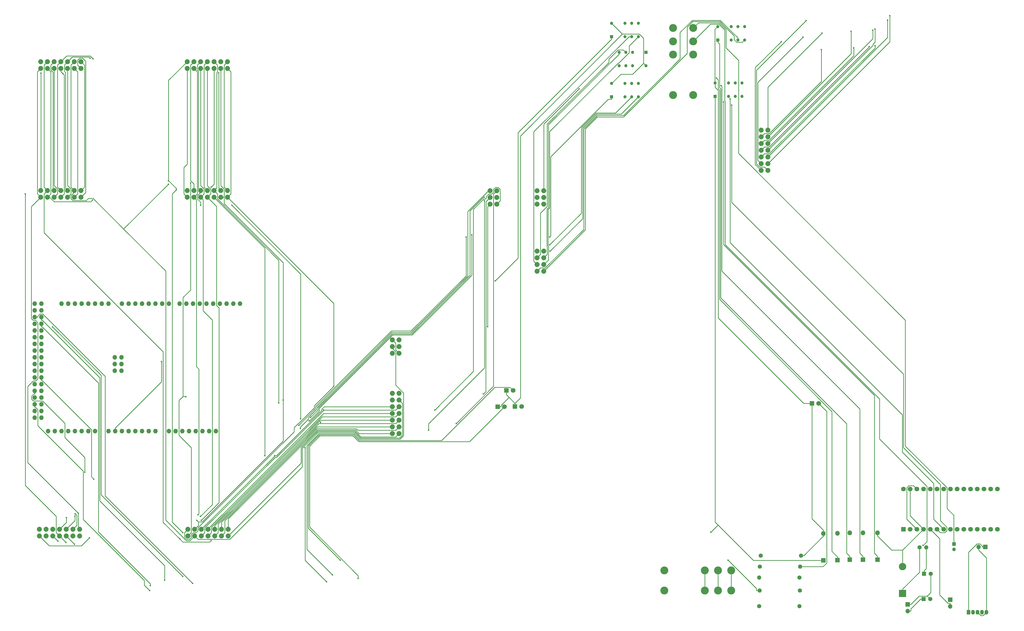
<source format=gbr>
G04 #@! TF.FileFunction,Copper,L2,Bot,Signal*
%FSLAX46Y46*%
G04 Gerber Fmt 4.6, Leading zero omitted, Abs format (unit mm)*
G04 Created by KiCad (PCBNEW 4.0.6) date 02/21/20 15:01:47*
%MOMM*%
%LPD*%
G01*
G04 APERTURE LIST*
%ADD10C,0.100000*%
%ADD11O,1.727200X1.727200*%
%ADD12C,1.879600*%
%ADD13R,1.600000X1.600000*%
%ADD14C,1.600000*%
%ADD15R,1.800000X1.800000*%
%ADD16C,1.800000*%
%ADD17O,1.800000X1.800000*%
%ADD18R,2.800000X2.800000*%
%ADD19O,2.800000X2.800000*%
%ADD20R,1.200000X1.200000*%
%ADD21C,1.200000*%
%ADD22R,1.700000X1.700000*%
%ADD23O,1.700000X1.700000*%
%ADD24R,1.350000X1.350000*%
%ADD25O,1.350000X1.350000*%
%ADD26C,3.000000*%
%ADD27R,1.350000X1.800000*%
%ADD28O,1.350000X1.800000*%
%ADD29O,1.600000X1.600000*%
%ADD30C,0.600000*%
%ADD31C,0.250000*%
G04 APERTURE END LIST*
D10*
D11*
X163932000Y-219456000D03*
X161392000Y-219456000D03*
X161392000Y-216916000D03*
X163932000Y-216916000D03*
X161392000Y-214376000D03*
X176759000Y-242316000D03*
X181839000Y-242316000D03*
X184379000Y-242316000D03*
X186919000Y-242316000D03*
X189459000Y-242316000D03*
X191999000Y-242316000D03*
X194539000Y-242316000D03*
X197079000Y-242316000D03*
X141199000Y-194056000D03*
X143739000Y-194056000D03*
X146279000Y-194056000D03*
X148819000Y-194056000D03*
X151359000Y-194056000D03*
X153899000Y-194056000D03*
X156439000Y-194056000D03*
X158979000Y-194056000D03*
X164059000Y-194056000D03*
X166599000Y-194056000D03*
X169139000Y-194056000D03*
X171679000Y-194056000D03*
X174219000Y-194056000D03*
X176759000Y-194056000D03*
X179299000Y-194056000D03*
X181839000Y-194056000D03*
X201143000Y-194056000D03*
X185903000Y-194056000D03*
X188443000Y-194056000D03*
X190983000Y-194056000D03*
X208763000Y-194056000D03*
X206223000Y-194056000D03*
X203683000Y-194056000D03*
X198603000Y-194056000D03*
X196063000Y-194056000D03*
X193523000Y-194056000D03*
X199619000Y-242316000D03*
X174219000Y-242316000D03*
X171679000Y-242316000D03*
X169139000Y-242316000D03*
X166599000Y-242316000D03*
X164059000Y-242316000D03*
X161519000Y-242316000D03*
X158979000Y-242316000D03*
X153899000Y-242316000D03*
X151359000Y-242316000D03*
X148819000Y-242316000D03*
X146279000Y-242316000D03*
X143739000Y-242316000D03*
X141199000Y-242316000D03*
X138659000Y-242316000D03*
X136119000Y-242316000D03*
X133579000Y-194056000D03*
X131039000Y-194056000D03*
X133579000Y-196596000D03*
X131039000Y-196596000D03*
X133579000Y-199136000D03*
X131039000Y-199136000D03*
X133579000Y-201676000D03*
X131039000Y-201676000D03*
X133579000Y-204216000D03*
X131039000Y-204216000D03*
X133579000Y-206756000D03*
X131039000Y-206756000D03*
X133579000Y-209296000D03*
X131039000Y-209296000D03*
X133579000Y-211836000D03*
X131039000Y-211836000D03*
X133579000Y-214376000D03*
X131039000Y-214376000D03*
X133579000Y-216916000D03*
X131039000Y-216916000D03*
X133579000Y-219456000D03*
X131039000Y-219456000D03*
X133579000Y-221996000D03*
X131039000Y-221996000D03*
X133579000Y-224536000D03*
X131039000Y-224536000D03*
X133579000Y-227076000D03*
X131039000Y-227076000D03*
X133579000Y-229616000D03*
X131039000Y-229616000D03*
X133579000Y-232156000D03*
X131039000Y-232156000D03*
X133579000Y-234696000D03*
X131039000Y-234696000D03*
X133579000Y-237236000D03*
X131039000Y-237236000D03*
X163932000Y-214376000D03*
D12*
X133400000Y-102400000D03*
X133400000Y-104940000D03*
X135940000Y-102400000D03*
X135940000Y-104940000D03*
X138480000Y-102400000D03*
X138480000Y-104940000D03*
X141020000Y-102400000D03*
X141020000Y-104940000D03*
X143560000Y-102400000D03*
X143560000Y-104940000D03*
X146100000Y-102400000D03*
X146100000Y-104940000D03*
X148640000Y-102400000D03*
X148640000Y-104940000D03*
X188800000Y-102400000D03*
X188800000Y-104940000D03*
X191340000Y-102400000D03*
X191340000Y-104940000D03*
X193880000Y-102400000D03*
X193880000Y-104940000D03*
X196420000Y-102400000D03*
X196420000Y-104940000D03*
X198960000Y-102400000D03*
X198960000Y-104940000D03*
X201500000Y-102400000D03*
X201500000Y-104940000D03*
X204040000Y-102400000D03*
X204040000Y-104940000D03*
X188800000Y-151200000D03*
X188800000Y-153740000D03*
X191340000Y-151200000D03*
X191340000Y-153740000D03*
X193880000Y-151200000D03*
X193880000Y-153740000D03*
X196420000Y-151200000D03*
X196420000Y-153740000D03*
X198960000Y-151200000D03*
X198960000Y-153740000D03*
X201500000Y-151200000D03*
X201500000Y-153740000D03*
X204040000Y-151200000D03*
X204040000Y-153740000D03*
X133400000Y-151200000D03*
X133400000Y-153740000D03*
X135940000Y-151200000D03*
X135940000Y-153740000D03*
X138480000Y-151200000D03*
X138480000Y-153740000D03*
X141020000Y-151200000D03*
X141020000Y-153740000D03*
X143560000Y-151200000D03*
X143560000Y-153740000D03*
X146100000Y-151200000D03*
X146100000Y-153740000D03*
X148640000Y-151200000D03*
X148640000Y-153740000D03*
X148100000Y-282000000D03*
X148100000Y-279460000D03*
X145560000Y-282000000D03*
X145560000Y-279460000D03*
X143020000Y-282000000D03*
X143020000Y-279460000D03*
X140480000Y-282000000D03*
X140480000Y-279460000D03*
X137940000Y-282000000D03*
X137940000Y-279460000D03*
X135400000Y-282000000D03*
X135400000Y-279460000D03*
X132860000Y-282000000D03*
X132860000Y-279460000D03*
X204343000Y-282000000D03*
X204343000Y-279460000D03*
X201803000Y-282000000D03*
X201803000Y-279460000D03*
X199263000Y-282000000D03*
X199263000Y-279460000D03*
X196723000Y-282000000D03*
X196723000Y-279460000D03*
X194183000Y-282000000D03*
X194183000Y-279460000D03*
X191643000Y-282000000D03*
X191643000Y-279460000D03*
X189103000Y-282000000D03*
X189103000Y-279460000D03*
X269000000Y-243200000D03*
X266460000Y-243200000D03*
X269000000Y-240660000D03*
X266460000Y-240660000D03*
X269000000Y-238120000D03*
X266460000Y-238120000D03*
X269000000Y-235580000D03*
X266460000Y-235580000D03*
X269000000Y-233040000D03*
X266460000Y-233040000D03*
X269000000Y-230500000D03*
X266460000Y-230500000D03*
X269000000Y-227960000D03*
X266460000Y-227960000D03*
X408600000Y-143600000D03*
X406060000Y-143600000D03*
X408600000Y-141060000D03*
X406060000Y-141060000D03*
X408600000Y-138520000D03*
X406060000Y-138520000D03*
X408600000Y-135980000D03*
X406060000Y-135980000D03*
X408600000Y-133440000D03*
X406060000Y-133440000D03*
X408600000Y-130900000D03*
X406060000Y-130900000D03*
X408600000Y-128360000D03*
X406060000Y-128360000D03*
X323800000Y-156400000D03*
X321260000Y-156400000D03*
X323800000Y-153860000D03*
X321260000Y-153860000D03*
X323800000Y-151320000D03*
X321260000Y-151320000D03*
X306000000Y-156400000D03*
X303460000Y-156400000D03*
X306000000Y-153860000D03*
X303460000Y-153860000D03*
X306000000Y-151320000D03*
X303460000Y-151320000D03*
X323800000Y-181800000D03*
X321260000Y-181800000D03*
X323800000Y-179260000D03*
X321260000Y-179260000D03*
X323800000Y-176720000D03*
X321260000Y-176720000D03*
X323800000Y-174180000D03*
X321260000Y-174180000D03*
D13*
X467538000Y-305918000D03*
D14*
X470038000Y-305918000D03*
D13*
X467716000Y-296316000D03*
D14*
X470216000Y-296316000D03*
D15*
X312852000Y-232995000D03*
D16*
X315392000Y-232995000D03*
D15*
X429616000Y-291236000D03*
D17*
X429616000Y-281076000D03*
D15*
X434975000Y-291186000D03*
D17*
X434975000Y-281026000D03*
D15*
X450113000Y-290957000D03*
D17*
X450113000Y-280797000D03*
D15*
X444627000Y-290957000D03*
D17*
X444627000Y-280797000D03*
D15*
X425298000Y-231800000D03*
D16*
X427838000Y-231800000D03*
D18*
X459613000Y-303809000D03*
D19*
X459613000Y-293649000D03*
D15*
X439598000Y-290957000D03*
D17*
X439598000Y-280797000D03*
D15*
X309601000Y-226924000D03*
D16*
X312141000Y-226924000D03*
D15*
X306350000Y-233071000D03*
D16*
X308890000Y-233071000D03*
D20*
X388622000Y-115519000D03*
D21*
X388622000Y-110439000D03*
X393702000Y-115519000D03*
X398782000Y-110439000D03*
X396242000Y-115519000D03*
X398782000Y-115519000D03*
X393702000Y-110439000D03*
X396242000Y-110439000D03*
D20*
X349455000Y-115748000D03*
D21*
X349455000Y-110668000D03*
X354535000Y-115748000D03*
X359615000Y-110668000D03*
X357075000Y-115748000D03*
X359615000Y-115748000D03*
X354535000Y-110668000D03*
X357075000Y-110668000D03*
D20*
X362431000Y-98882000D03*
D21*
X362431000Y-103962000D03*
X357351000Y-98882000D03*
X352271000Y-103962000D03*
X354811000Y-98882000D03*
X352271000Y-98882000D03*
X357351000Y-103962000D03*
X354811000Y-103962000D03*
D20*
X349404000Y-92964000D03*
D21*
X349404000Y-87884000D03*
X354484000Y-92964000D03*
X359564000Y-87884000D03*
X357024000Y-92964000D03*
X359564000Y-92964000D03*
X354484000Y-87884000D03*
X357024000Y-87884000D03*
D20*
X389638000Y-94183200D03*
D21*
X389638000Y-89103200D03*
X394718000Y-94183200D03*
X399798000Y-89103200D03*
X397258000Y-94183200D03*
X399798000Y-94183200D03*
X394718000Y-89103200D03*
X397258000Y-89103200D03*
D22*
X477596000Y-306172000D03*
D23*
X477596000Y-308712000D03*
D15*
X459892000Y-279476000D03*
D16*
X462432000Y-279476000D03*
X464972000Y-279476000D03*
X467512000Y-279476000D03*
X470052000Y-279476000D03*
X472592000Y-279476000D03*
X475132000Y-279476000D03*
X477672000Y-279476000D03*
X480212000Y-279476000D03*
X482752000Y-279476000D03*
X485292000Y-279476000D03*
X487832000Y-279476000D03*
X490372000Y-279476000D03*
X492912000Y-279476000D03*
X495452000Y-279476000D03*
X495452000Y-264236000D03*
X492912000Y-264236000D03*
X490372000Y-264236000D03*
X487832000Y-264236000D03*
X485292000Y-264236000D03*
X482752000Y-264236000D03*
X480212000Y-264236000D03*
X477672000Y-264236000D03*
X475132000Y-264236000D03*
X472592000Y-264236000D03*
X470052000Y-264236000D03*
X467512000Y-264236000D03*
X464972000Y-264236000D03*
X462432000Y-264236000D03*
X459892000Y-264236000D03*
D24*
X479069000Y-285090000D03*
D25*
X479069000Y-287090000D03*
D26*
X372720000Y-115011000D03*
X380340000Y-115011000D03*
X372720000Y-94691000D03*
X380340000Y-89691000D03*
X380340000Y-99691000D03*
X372720000Y-99691000D03*
X380340000Y-94691000D03*
X372720000Y-89691000D03*
D27*
X484556000Y-310896000D03*
D28*
X486256000Y-310896000D03*
X487956000Y-310896000D03*
X489656000Y-310896000D03*
X491356000Y-310896000D03*
D22*
X490880000Y-286131000D03*
D23*
X488340000Y-286131000D03*
D14*
X465988000Y-286334000D03*
D29*
X468528000Y-286334000D03*
D22*
X461518000Y-307950000D03*
D23*
X461518000Y-310490000D03*
D14*
X405308000Y-308559000D03*
D29*
X420548000Y-308559000D03*
D14*
X405587000Y-293649000D03*
D29*
X420827000Y-293649000D03*
D14*
X405867000Y-289458000D03*
D29*
X421107000Y-289458000D03*
D14*
X420675000Y-302692000D03*
D29*
X405435000Y-302692000D03*
D14*
X420548000Y-297739000D03*
D29*
X405308000Y-297739000D03*
D12*
X268986000Y-212877000D03*
X266446000Y-212877000D03*
X268986000Y-210337000D03*
X266446000Y-210337000D03*
X268986000Y-207797000D03*
X266446000Y-207797000D03*
D26*
X369443000Y-295021000D03*
X369443000Y-302641000D03*
X389763000Y-295021000D03*
X394763000Y-302641000D03*
X384763000Y-302641000D03*
X384763000Y-295021000D03*
X389763000Y-302641000D03*
X394763000Y-295021000D03*
D30*
X467402700Y-285608700D03*
X241553500Y-299366500D03*
X233469800Y-248553000D03*
X387052000Y-280614700D03*
X389177500Y-108656500D03*
X150074000Y-257891100D03*
X391808800Y-117699100D03*
X326012500Y-168824300D03*
X390944400Y-111517900D03*
X305383100Y-185449800D03*
X153405000Y-260467000D03*
X393538700Y-291182500D03*
X246734200Y-291182500D03*
X253517500Y-298121900D03*
X133447600Y-106756500D03*
X187155400Y-280734900D03*
X181733600Y-147441900D03*
X184666400Y-150986600D03*
X147614100Y-273379500D03*
X197870200Y-283803500D03*
X185993600Y-283106000D03*
X152952200Y-154876800D03*
X146407300Y-273631400D03*
X192875900Y-273986500D03*
X146132100Y-285112100D03*
X239291500Y-238953300D03*
X231775100Y-237665100D03*
X205717000Y-156798000D03*
X193926000Y-156798000D03*
X146333200Y-274447400D03*
X193849000Y-274593600D03*
X142940900Y-284460900D03*
X153202000Y-101332000D03*
X127479100Y-152470000D03*
X143123600Y-275075300D03*
X141760000Y-106934000D03*
X194173100Y-276046500D03*
X139885900Y-283945900D03*
X152075000Y-101090700D03*
X240356400Y-234280400D03*
X223463600Y-231671000D03*
X221879400Y-251593600D03*
X218185500Y-251593600D03*
X197849000Y-149934800D03*
X200765000Y-106676900D03*
X181672800Y-148811700D03*
X192492800Y-276128000D03*
X225115100Y-230500000D03*
X190070000Y-148367400D03*
X151823500Y-282655400D03*
X188267000Y-229229800D03*
X244257000Y-225398100D03*
X423093800Y-86843300D03*
X413681100Y-94793600D03*
X454746100Y-85007000D03*
X421928900Y-93093300D03*
X453914500Y-86651400D03*
X449156600Y-96300700D03*
X449157500Y-90048500D03*
X446976000Y-96698900D03*
X448338100Y-90499200D03*
X441162000Y-97189400D03*
X440131500Y-90940600D03*
X428851700Y-97844800D03*
X429116600Y-91594800D03*
X282558700Y-234314900D03*
X302480700Y-202802500D03*
X301339100Y-155125200D03*
X280207600Y-241934900D03*
X300935500Y-228239500D03*
X290664600Y-239394900D03*
X231682900Y-241289200D03*
X294359500Y-168824300D03*
X231074500Y-240088700D03*
X296501600Y-167960800D03*
X234935500Y-238396300D03*
X301269500Y-153758300D03*
X235501400Y-237159100D03*
X337181100Y-112694100D03*
X326167600Y-174180000D03*
X326012500Y-171817000D03*
X394907500Y-118875700D03*
X394282200Y-116522600D03*
X180265800Y-298741200D03*
X190852800Y-299991800D03*
X174838900Y-300803600D03*
X187127500Y-297356400D03*
X137868600Y-202864900D03*
X179062700Y-215955100D03*
X243743900Y-296708100D03*
X174550700Y-302641000D03*
D31*
X389763000Y-302641000D02*
X389763000Y-295021000D01*
X462693300Y-309637400D02*
X466412700Y-305918000D01*
X462693300Y-310490000D02*
X462693300Y-309637400D01*
X467538000Y-305918000D02*
X466412700Y-305918000D01*
X461518000Y-310490000D02*
X462693300Y-310490000D01*
X484556000Y-288189200D02*
X484556000Y-310896000D01*
X487804400Y-284940800D02*
X484556000Y-288189200D01*
X488881800Y-284940800D02*
X487804400Y-284940800D01*
X489704700Y-285763700D02*
X488881800Y-284940800D01*
X489704700Y-286131000D02*
X489704700Y-285763700D01*
X490880000Y-286131000D02*
X489704700Y-286131000D01*
X467716000Y-296316000D02*
X467716000Y-295190700D01*
X468528000Y-294378700D02*
X468528000Y-286334000D01*
X467716000Y-295190700D02*
X468528000Y-294378700D01*
X386853600Y-88177400D02*
X380340000Y-94691000D01*
X390095100Y-88177400D02*
X386853600Y-88177400D01*
X392310200Y-90392500D02*
X390095100Y-88177400D01*
X392310200Y-117316100D02*
X392310200Y-90392500D01*
X392434100Y-117440000D02*
X392310200Y-117316100D01*
X392434100Y-171692500D02*
X392434100Y-117440000D01*
X450858800Y-230117200D02*
X392434100Y-171692500D01*
X450858800Y-245301100D02*
X450858800Y-230117200D01*
X468782000Y-263224300D02*
X450858800Y-245301100D01*
X468782000Y-284229400D02*
X468782000Y-263224300D01*
X467402700Y-285608700D02*
X468782000Y-284229400D01*
X233469800Y-291282800D02*
X233469800Y-248553000D01*
X241553500Y-299366500D02*
X233469800Y-291282800D01*
X429616000Y-291236000D02*
X428390700Y-291236000D01*
X389762000Y-277904700D02*
X387052000Y-280614700D01*
X403093200Y-291236000D02*
X389762000Y-277904700D01*
X428390700Y-291236000D02*
X403093200Y-291236000D01*
X388622000Y-276764800D02*
X388622000Y-115519000D01*
X389762000Y-277904700D02*
X388622000Y-276764800D01*
X432822900Y-287808600D02*
X434975000Y-289960700D01*
X432822900Y-234907100D02*
X432822900Y-287808600D01*
X390282800Y-192367000D02*
X432822900Y-234907100D01*
X390282800Y-113119500D02*
X390282800Y-192367000D01*
X389832400Y-112669100D02*
X390282800Y-113119500D01*
X389832400Y-109311400D02*
X389832400Y-112669100D01*
X389177500Y-108656500D02*
X389832400Y-109311400D01*
X434975000Y-291186000D02*
X434975000Y-289960700D01*
X130669500Y-228264900D02*
X131039000Y-228264900D01*
X129848200Y-229086200D02*
X130669500Y-228264900D01*
X129848200Y-230164600D02*
X129848200Y-229086200D01*
X130569600Y-230886000D02*
X129848200Y-230164600D01*
X134022800Y-230886000D02*
X130569600Y-230886000D01*
X142469000Y-239332200D02*
X134022800Y-230886000D01*
X142469000Y-244723100D02*
X142469000Y-239332200D01*
X150074000Y-252328100D02*
X142469000Y-244723100D01*
X150074000Y-257891100D02*
X150074000Y-252328100D01*
X131039000Y-227076000D02*
X131039000Y-228264900D01*
X450113000Y-290957000D02*
X450113000Y-289731700D01*
X349455000Y-115748000D02*
X349455000Y-116673300D01*
X348142100Y-116673300D02*
X349455000Y-116673300D01*
X326425800Y-138389600D02*
X348142100Y-116673300D01*
X326425800Y-168411000D02*
X326425800Y-138389600D01*
X326012500Y-168824300D02*
X326425800Y-168411000D01*
X391808800Y-171704100D02*
X391808800Y-117699100D01*
X448887700Y-228783000D02*
X391808800Y-171704100D01*
X448887700Y-288506400D02*
X448887700Y-228783000D01*
X450113000Y-289731700D02*
X448887700Y-288506400D01*
X444627000Y-290957000D02*
X444627000Y-289731700D01*
X349404000Y-92964000D02*
X349404000Y-93889300D01*
X314032400Y-176800500D02*
X305383100Y-185449800D01*
X314032400Y-129260900D02*
X314032400Y-176800500D01*
X349404000Y-93889300D02*
X314032400Y-129260900D01*
X391183400Y-111756900D02*
X390944400Y-111517900D01*
X391183400Y-181683600D02*
X391183400Y-111756900D01*
X443401700Y-233901900D02*
X391183400Y-181683600D01*
X443401700Y-288506400D02*
X443401700Y-233901900D01*
X444627000Y-289731700D02*
X443401700Y-288506400D01*
X429471100Y-293649000D02*
X420827000Y-293649000D01*
X430859900Y-292260200D02*
X429471100Y-293649000D01*
X430859900Y-234821900D02*
X430859900Y-292260200D01*
X427838000Y-231800000D02*
X430859900Y-234821900D01*
X459613000Y-303809000D02*
X459613000Y-302083700D01*
X465988000Y-295708700D02*
X459613000Y-302083700D01*
X465988000Y-286334000D02*
X465988000Y-295708700D01*
X152548000Y-259610000D02*
X153405000Y-260467000D01*
X152548000Y-241782400D02*
X152548000Y-259610000D01*
X133950500Y-223184900D02*
X152548000Y-241782400D01*
X133579000Y-223184900D02*
X133950500Y-223184900D01*
X133579000Y-221996000D02*
X133579000Y-223184900D01*
X439598000Y-290957000D02*
X439598000Y-289731700D01*
X389638000Y-94183200D02*
X389638000Y-95108500D01*
X390282800Y-95753300D02*
X389638000Y-95108500D01*
X390282800Y-112257700D02*
X390282800Y-95753300D01*
X390733100Y-112708000D02*
X390282800Y-112257700D01*
X390733100Y-191862200D02*
X390733100Y-112708000D01*
X438372700Y-239501800D02*
X390733100Y-191862200D01*
X438372700Y-288506400D02*
X438372700Y-239501800D01*
X439598000Y-289731700D02*
X438372700Y-288506400D01*
X405435000Y-302692000D02*
X404309700Y-302692000D01*
X234628100Y-279076400D02*
X246734200Y-291182500D01*
X234628100Y-247906800D02*
X234628100Y-279076400D01*
X238876300Y-243658600D02*
X234628100Y-247906800D01*
X251780800Y-243658600D02*
X238876300Y-243658600D01*
X253981200Y-245859000D02*
X251780800Y-243658600D01*
X285091600Y-245859000D02*
X253981200Y-245859000D01*
X305252000Y-225698600D02*
X285091600Y-245859000D01*
X310915600Y-225698600D02*
X305252000Y-225698600D01*
X312141000Y-226924000D02*
X310915600Y-225698600D01*
X404309700Y-301953500D02*
X393538700Y-291182500D01*
X404309700Y-302692000D02*
X404309700Y-301953500D01*
X295649700Y-246311300D02*
X308890000Y-233071000D01*
X253796500Y-246311300D02*
X295649700Y-246311300D01*
X251594100Y-244108900D02*
X253796500Y-246311300D01*
X239062900Y-244108900D02*
X251594100Y-244108900D01*
X235107000Y-248064800D02*
X239062900Y-244108900D01*
X235107000Y-278646600D02*
X235107000Y-248064800D01*
X253517500Y-297057100D02*
X235107000Y-278646600D01*
X253517500Y-298121900D02*
X253517500Y-297057100D01*
X133447600Y-151152400D02*
X133447600Y-106756500D01*
X133400000Y-151200000D02*
X133447600Y-151152400D01*
X181733600Y-109466400D02*
X181733600Y-147441900D01*
X188800000Y-102400000D02*
X181733600Y-109466400D01*
X184666400Y-150374700D02*
X184666400Y-150986600D01*
X181733600Y-147441900D02*
X184666400Y-150374700D01*
X183167900Y-276747400D02*
X187155400Y-280734900D01*
X183167900Y-152485100D02*
X183167900Y-276747400D01*
X184666400Y-150986600D02*
X183167900Y-152485100D01*
X231897900Y-254445100D02*
X204343000Y-282000000D01*
X231897900Y-248603700D02*
X231897900Y-254445100D01*
X238193900Y-242307700D02*
X231897900Y-248603700D01*
X252340600Y-242307700D02*
X238193900Y-242307700D01*
X254503000Y-244470100D02*
X252340600Y-242307700D01*
X267729900Y-244470100D02*
X254503000Y-244470100D01*
X269000000Y-243200000D02*
X267729900Y-244470100D01*
X132087800Y-106252200D02*
X133400000Y-104940000D01*
X132087800Y-152427800D02*
X132087800Y-106252200D01*
X133400000Y-153740000D02*
X132087800Y-152427800D01*
X147614100Y-278974100D02*
X147614100Y-273379500D01*
X148100000Y-279460000D02*
X147614100Y-278974100D01*
X129817300Y-157322700D02*
X133400000Y-153740000D01*
X129817300Y-199641000D02*
X129817300Y-157322700D01*
X130501200Y-200324900D02*
X129817300Y-199641000D01*
X131370300Y-200324900D02*
X130501200Y-200324900D01*
X132275400Y-201230000D02*
X131370300Y-200324900D01*
X132275400Y-222462900D02*
X132275400Y-201230000D01*
X131472300Y-223266000D02*
X132275400Y-222462900D01*
X130559700Y-223266000D02*
X131472300Y-223266000D01*
X128472200Y-225353500D02*
X130559700Y-223266000D01*
X128472200Y-254237600D02*
X128472200Y-225353500D01*
X147614100Y-273379500D02*
X128472200Y-254237600D01*
X188800000Y-141242500D02*
X188800000Y-104940000D01*
X187533300Y-142509200D02*
X188800000Y-141242500D01*
X187533300Y-152473300D02*
X187533300Y-142509200D01*
X188800000Y-153740000D02*
X187533300Y-152473300D01*
X204343000Y-275521700D02*
X204343000Y-279460000D01*
X238007300Y-241857400D02*
X204343000Y-275521700D01*
X252527200Y-241857400D02*
X238007300Y-241857400D01*
X253869800Y-243200000D02*
X252527200Y-241857400D01*
X266460000Y-243200000D02*
X253869800Y-243200000D01*
X190070000Y-103670000D02*
X191340000Y-102400000D01*
X190070000Y-147483000D02*
X190070000Y-103670000D01*
X191340000Y-148753000D02*
X190070000Y-147483000D01*
X191340000Y-151200000D02*
X191340000Y-148753000D01*
X187149500Y-284261900D02*
X185993600Y-283106000D01*
X197411800Y-284261900D02*
X187149500Y-284261900D01*
X197870200Y-283803500D02*
X197411800Y-284261900D01*
X179707300Y-276819700D02*
X185993600Y-283106000D01*
X179707300Y-212244200D02*
X179707300Y-276819700D01*
X134670000Y-167206900D02*
X179707300Y-212244200D01*
X134670000Y-152470000D02*
X134670000Y-167206900D01*
X135940000Y-151200000D02*
X134670000Y-152470000D01*
X134670000Y-149930000D02*
X135940000Y-151200000D01*
X134670000Y-103670000D02*
X134670000Y-149930000D01*
X135940000Y-102400000D02*
X134670000Y-103670000D01*
X203073000Y-280730000D02*
X201803000Y-282000000D01*
X203073000Y-276154800D02*
X203073000Y-280730000D01*
X237820700Y-241407100D02*
X203073000Y-276154800D01*
X252769500Y-241407100D02*
X237820700Y-241407100D01*
X253292300Y-241929900D02*
X252769500Y-241407100D01*
X267730100Y-241929900D02*
X253292300Y-241929900D01*
X269000000Y-240660000D02*
X267730100Y-241929900D01*
X137205200Y-152474800D02*
X136315400Y-153364600D01*
X137205200Y-106205200D02*
X137205200Y-152474800D01*
X135940000Y-104940000D02*
X137205200Y-106205200D01*
X136315400Y-153364600D02*
X135940000Y-153740000D01*
X192610000Y-152470000D02*
X191340000Y-153740000D01*
X192610000Y-106210000D02*
X192610000Y-152470000D01*
X191340000Y-104940000D02*
X192610000Y-106210000D01*
X146991900Y-278028100D02*
X145560000Y-279460000D01*
X146991900Y-274216000D02*
X146991900Y-278028100D01*
X146407300Y-273631400D02*
X146991900Y-274216000D01*
X192253000Y-154653000D02*
X191340000Y-153740000D01*
X192253000Y-217842900D02*
X192253000Y-154653000D01*
X193231500Y-218821400D02*
X192253000Y-217842900D01*
X193231500Y-273630900D02*
X193231500Y-218821400D01*
X192875900Y-273986500D02*
X193231500Y-273630900D01*
X152373500Y-155455500D02*
X152952200Y-154876800D01*
X138406300Y-155455500D02*
X152373500Y-155455500D01*
X136315400Y-153364600D02*
X138406300Y-155455500D01*
X201803000Y-276787900D02*
X201803000Y-279460000D01*
X237930900Y-240660000D02*
X201803000Y-276787900D01*
X266460000Y-240660000D02*
X237930900Y-240660000D01*
X137210000Y-103670000D02*
X138480000Y-102400000D01*
X137210000Y-105573100D02*
X137210000Y-103670000D01*
X138029600Y-106392700D02*
X137210000Y-105573100D01*
X138029600Y-150749600D02*
X138029600Y-106392700D01*
X138480000Y-151200000D02*
X138029600Y-150749600D01*
X231775100Y-182856100D02*
X205717000Y-156798000D01*
X231775100Y-237665100D02*
X231775100Y-182856100D01*
X193926000Y-155689100D02*
X193926000Y-156798000D01*
X192610000Y-154373100D02*
X193926000Y-155689100D01*
X192610000Y-153163800D02*
X192610000Y-154373100D01*
X193880000Y-151893800D02*
X192610000Y-153163800D01*
X193880000Y-151200000D02*
X193880000Y-151893800D01*
X193085700Y-150405700D02*
X193880000Y-151200000D01*
X193085700Y-105934900D02*
X193085700Y-150405700D01*
X192610000Y-105459200D02*
X193085700Y-105934900D01*
X192610000Y-103670000D02*
X192610000Y-105459200D01*
X193880000Y-102400000D02*
X192610000Y-103670000D01*
X143020000Y-282000000D02*
X146132100Y-285112100D01*
X239291500Y-239389900D02*
X239291500Y-238953300D01*
X267730100Y-239389900D02*
X239291500Y-239389900D01*
X269000000Y-238120000D02*
X267730100Y-239389900D01*
X200533000Y-280730000D02*
X199263000Y-282000000D01*
X200533000Y-277421000D02*
X200533000Y-280730000D01*
X238564100Y-239389900D02*
X200533000Y-277421000D01*
X239291500Y-239389900D02*
X238564100Y-239389900D01*
X146333200Y-276146800D02*
X146333200Y-274447400D01*
X143020000Y-279460000D02*
X146333200Y-276146800D01*
X138480000Y-149353800D02*
X138480000Y-104940000D01*
X139750000Y-150623800D02*
X138480000Y-149353800D01*
X139750000Y-152470000D02*
X139750000Y-150623800D01*
X138480000Y-153740000D02*
X139750000Y-152470000D01*
X194793000Y-154653000D02*
X193880000Y-153740000D01*
X194793000Y-196723800D02*
X194793000Y-154653000D01*
X198298200Y-200229000D02*
X194793000Y-196723800D01*
X198298200Y-270144400D02*
X198298200Y-200229000D01*
X193849000Y-274593600D02*
X198298200Y-270144400D01*
X193880000Y-149353800D02*
X193880000Y-104940000D01*
X195150000Y-150623800D02*
X193880000Y-149353800D01*
X195150000Y-152470000D02*
X195150000Y-150623800D01*
X193880000Y-153740000D02*
X195150000Y-152470000D01*
X239197100Y-238120000D02*
X266460000Y-238120000D01*
X199263000Y-278054100D02*
X239197100Y-238120000D01*
X199263000Y-279460000D02*
X199263000Y-278054100D01*
X195150000Y-149930000D02*
X196420000Y-151200000D01*
X195150000Y-103670000D02*
X195150000Y-149930000D01*
X196420000Y-102400000D02*
X195150000Y-103670000D01*
X139750000Y-103670000D02*
X141020000Y-102400000D01*
X139750000Y-149930000D02*
X139750000Y-103670000D01*
X141020000Y-151200000D02*
X139750000Y-149930000D01*
X152075200Y-100205200D02*
X153202000Y-101332000D01*
X143214800Y-100205200D02*
X152075200Y-100205200D01*
X141020000Y-102400000D02*
X143214800Y-100205200D01*
X142940900Y-284460900D02*
X140480000Y-282000000D01*
X127479100Y-262872500D02*
X127479100Y-152470000D01*
X139210000Y-274603400D02*
X127479100Y-262872500D01*
X139210000Y-280730000D02*
X139210000Y-274603400D01*
X140480000Y-282000000D02*
X139210000Y-280730000D01*
X197993000Y-280730000D02*
X196723000Y-282000000D01*
X197993000Y-278687200D02*
X197993000Y-280730000D01*
X239830200Y-236850000D02*
X197993000Y-278687200D01*
X267730000Y-236850000D02*
X239830200Y-236850000D01*
X269000000Y-235580000D02*
X267730000Y-236850000D01*
X143123600Y-276816400D02*
X143123600Y-275075300D01*
X140480000Y-279460000D02*
X143123600Y-276816400D01*
X196420000Y-149390200D02*
X196420000Y-104940000D01*
X197690000Y-150660200D02*
X196420000Y-149390200D01*
X197690000Y-152470000D02*
X197690000Y-150660200D01*
X196420000Y-153740000D02*
X197690000Y-152470000D01*
X141020000Y-106194000D02*
X141020000Y-104940000D01*
X141760000Y-106934000D02*
X141020000Y-106194000D01*
X142285200Y-107459200D02*
X141760000Y-106934000D01*
X142285200Y-152474800D02*
X142285200Y-107459200D01*
X141020000Y-153740000D02*
X142285200Y-152474800D01*
X200815800Y-269403800D02*
X194173100Y-276046500D01*
X200815800Y-195656200D02*
X200815800Y-269403800D01*
X199873000Y-194713400D02*
X200815800Y-195656200D01*
X199873000Y-157193000D02*
X199873000Y-194713400D01*
X196420000Y-153740000D02*
X199873000Y-157193000D01*
X196723000Y-279320300D02*
X196723000Y-279460000D01*
X240463300Y-235580000D02*
X196723000Y-279320300D01*
X266460000Y-235580000D02*
X240463300Y-235580000D01*
X137940000Y-282000000D02*
X139885900Y-283945900D01*
X145304400Y-100655600D02*
X143560000Y-102400000D01*
X151639900Y-100655600D02*
X145304400Y-100655600D01*
X152075000Y-101090700D02*
X151639900Y-100655600D01*
X142735600Y-150375600D02*
X143560000Y-151200000D01*
X142735600Y-106555300D02*
X142735600Y-150375600D01*
X142294800Y-106114500D02*
X142735600Y-106555300D01*
X142294800Y-103665200D02*
X142294800Y-106114500D01*
X143560000Y-102400000D02*
X142294800Y-103665200D01*
X200004800Y-150155200D02*
X198960000Y-151200000D01*
X200004800Y-106552800D02*
X200004800Y-150155200D01*
X200230000Y-106327600D02*
X200004800Y-106552800D01*
X200230000Y-103670000D02*
X200230000Y-106327600D01*
X198960000Y-102400000D02*
X200230000Y-103670000D01*
X200230000Y-152470000D02*
X198960000Y-151200000D01*
X200230000Y-154373100D02*
X200230000Y-152470000D01*
X223463600Y-177606700D02*
X200230000Y-154373100D01*
X223463600Y-231671000D02*
X223463600Y-177606700D01*
X267730000Y-234310000D02*
X269000000Y-233040000D01*
X240356400Y-234310000D02*
X267730000Y-234310000D01*
X240356400Y-234310000D02*
X240356400Y-234280400D01*
X240356400Y-234496700D02*
X240356400Y-234310000D01*
X222634100Y-252219000D02*
X240356400Y-234496700D01*
X222157500Y-252219000D02*
X222634100Y-252219000D01*
X195453000Y-278923500D02*
X222157500Y-252219000D01*
X195453000Y-280730000D02*
X195453000Y-278923500D01*
X194183000Y-282000000D02*
X195453000Y-280730000D01*
X221879400Y-251763600D02*
X194183000Y-279460000D01*
X221879400Y-251593600D02*
X221879400Y-251763600D01*
X144830000Y-152470000D02*
X143560000Y-153740000D01*
X144830000Y-150644300D02*
X144830000Y-152470000D01*
X143560000Y-149374300D02*
X144830000Y-150644300D01*
X143560000Y-104940000D02*
X143560000Y-149374300D01*
X198960000Y-148823800D02*
X197849000Y-149934800D01*
X198960000Y-104940000D02*
X198960000Y-148823800D01*
X218185500Y-172965500D02*
X218185500Y-251593600D01*
X198960000Y-153740000D02*
X218185500Y-172965500D01*
X240712500Y-233040000D02*
X266460000Y-233040000D01*
X239731100Y-234021400D02*
X240712500Y-233040000D01*
X239731100Y-234485100D02*
X239731100Y-234021400D01*
X222622600Y-251593600D02*
X239731100Y-234485100D01*
X221879400Y-251593600D02*
X222622600Y-251593600D01*
X200765000Y-150465000D02*
X200765000Y-106676900D01*
X201500000Y-151200000D02*
X200765000Y-150465000D01*
X144830000Y-103670000D02*
X146100000Y-102400000D01*
X144830000Y-149930000D02*
X144830000Y-103670000D01*
X146100000Y-151200000D02*
X144830000Y-149930000D01*
X164724800Y-165759700D02*
X181672800Y-148811700D01*
X146100000Y-151893800D02*
X146100000Y-151200000D01*
X144830000Y-153163800D02*
X146100000Y-151893800D01*
X144830000Y-154285600D02*
X144830000Y-153163800D01*
X145549500Y-155005100D02*
X144830000Y-154285600D01*
X150625600Y-155005100D02*
X145549500Y-155005100D01*
X151421700Y-154209000D02*
X150625600Y-155005100D01*
X153174100Y-154209000D02*
X151421700Y-154209000D01*
X164724800Y-165759700D02*
X153174100Y-154209000D01*
X180650000Y-181684900D02*
X164724800Y-165759700D01*
X180650000Y-275976600D02*
X180650000Y-181684900D01*
X188436300Y-283762900D02*
X180650000Y-275976600D01*
X189880100Y-283762900D02*
X188436300Y-283762900D01*
X191643000Y-282000000D02*
X189880100Y-283762900D01*
X192921800Y-283278800D02*
X191643000Y-282000000D01*
X197510600Y-283278800D02*
X192921800Y-283278800D01*
X197611200Y-283178200D02*
X197510600Y-283278800D01*
X198129300Y-283178200D02*
X197611200Y-283178200D01*
X198229900Y-283278800D02*
X198129300Y-283178200D01*
X204897100Y-283278800D02*
X198229900Y-283278800D01*
X232348200Y-255827700D02*
X204897100Y-283278800D01*
X232348200Y-248790300D02*
X232348200Y-255827700D01*
X238380500Y-242758000D02*
X232348200Y-248790300D01*
X252154000Y-242758000D02*
X238380500Y-242758000D01*
X254321300Y-244925300D02*
X252154000Y-242758000D01*
X269127500Y-244925300D02*
X254321300Y-244925300D01*
X270265200Y-243787600D02*
X269127500Y-244925300D01*
X270265200Y-231765200D02*
X270265200Y-243787600D01*
X269000000Y-230500000D02*
X270265200Y-231765200D01*
X147370000Y-106210000D02*
X146100000Y-104940000D01*
X147370000Y-152470000D02*
X147370000Y-106210000D01*
X146100000Y-153740000D02*
X147370000Y-152470000D01*
X193047900Y-278055100D02*
X193047900Y-276683100D01*
X191643000Y-279460000D02*
X193047900Y-278055100D01*
X192492800Y-276128100D02*
X192492800Y-276128000D01*
X192492900Y-276128100D02*
X192492800Y-276128100D01*
X193047900Y-276683100D02*
X192492900Y-276128100D01*
X201500000Y-153740000D02*
X202770000Y-153740000D01*
X201500000Y-149353800D02*
X201500000Y-104940000D01*
X202770000Y-150623800D02*
X201500000Y-149353800D01*
X202770000Y-153740000D02*
X202770000Y-150623800D01*
X202770000Y-156191500D02*
X202770000Y-153740000D01*
X225115100Y-178536600D02*
X202770000Y-156191500D01*
X225115100Y-230500000D02*
X225115100Y-178536600D01*
X194499100Y-276683100D02*
X193047900Y-276683100D01*
X225115100Y-246067100D02*
X194499100Y-276683100D01*
X225115100Y-230500000D02*
X225115100Y-246067100D01*
X149914800Y-103674800D02*
X148640000Y-102400000D01*
X149914800Y-149925200D02*
X149914800Y-103674800D01*
X148640000Y-151200000D02*
X149914800Y-149925200D01*
X136598400Y-285738400D02*
X132860000Y-282000000D01*
X148740500Y-285738400D02*
X136598400Y-285738400D01*
X151823500Y-282655400D02*
X148740500Y-285738400D01*
X188227000Y-229189800D02*
X188267000Y-229229800D01*
X187241400Y-229189800D02*
X188227000Y-229189800D01*
X187241400Y-191673300D02*
X187241400Y-229189800D01*
X190070000Y-188844700D02*
X187241400Y-191673300D01*
X190070000Y-148367400D02*
X190070000Y-188844700D01*
X190373000Y-280730000D02*
X189103000Y-282000000D01*
X190373000Y-248577900D02*
X190373000Y-280730000D01*
X185717400Y-243922300D02*
X190373000Y-248577900D01*
X185717400Y-230713800D02*
X185717400Y-243922300D01*
X187241400Y-229189800D02*
X185717400Y-230713800D01*
X202770000Y-103670000D02*
X204040000Y-102400000D01*
X202770000Y-149930000D02*
X202770000Y-103670000D01*
X204040000Y-151200000D02*
X202770000Y-149930000D01*
X147370000Y-103670000D02*
X148640000Y-104940000D01*
X147370000Y-101878500D02*
X147370000Y-103670000D01*
X148124800Y-101123700D02*
X147370000Y-101878500D01*
X149195800Y-101123700D02*
X148124800Y-101123700D01*
X150371800Y-102299700D02*
X149195800Y-101123700D01*
X150371800Y-152008200D02*
X150371800Y-102299700D01*
X148640000Y-153740000D02*
X150371800Y-152008200D01*
X205314800Y-152465200D02*
X204040000Y-153740000D01*
X205314800Y-106214800D02*
X205314800Y-152465200D01*
X204040000Y-104940000D02*
X205314800Y-106214800D01*
X187831200Y-280731800D02*
X189103000Y-279460000D01*
X187831200Y-282519400D02*
X187831200Y-280731800D01*
X188624300Y-283312500D02*
X187831200Y-282519400D01*
X189693600Y-283312500D02*
X188624300Y-283312500D01*
X190373000Y-282633100D02*
X189693600Y-283312500D01*
X190373000Y-281423800D02*
X190373000Y-282633100D01*
X191071600Y-280725200D02*
X190373000Y-281423800D01*
X192196300Y-280725200D02*
X191071600Y-280725200D01*
X192913000Y-280008500D02*
X192196300Y-280725200D01*
X192913000Y-278906100D02*
X192913000Y-280008500D01*
X229277700Y-242541400D02*
X192913000Y-278906100D01*
X229277700Y-240967200D02*
X229277700Y-242541400D01*
X230925800Y-239319100D02*
X229277700Y-240967200D01*
X231073600Y-239319100D02*
X230925800Y-239319100D01*
X236900900Y-233491800D02*
X231073600Y-239319100D01*
X236900900Y-232754200D02*
X236900900Y-233491800D01*
X244257000Y-225398100D02*
X236900900Y-232754200D01*
X244257000Y-193957000D02*
X244257000Y-225398100D01*
X204040000Y-153740000D02*
X244257000Y-193957000D01*
X404288600Y-105648500D02*
X423093800Y-86843300D01*
X404288600Y-141119700D02*
X404288600Y-105648500D01*
X405498900Y-142330000D02*
X404288600Y-141119700D01*
X407330000Y-142330000D02*
X405498900Y-142330000D01*
X408600000Y-143600000D02*
X407330000Y-142330000D01*
X403809500Y-104665200D02*
X413681100Y-94793600D01*
X403809500Y-141349500D02*
X403809500Y-104665200D01*
X406060000Y-143600000D02*
X403809500Y-141349500D01*
X454746100Y-94913900D02*
X408600000Y-141060000D01*
X454746100Y-85007000D02*
X454746100Y-94913900D01*
X404785200Y-110237000D02*
X421928900Y-93093300D01*
X404785200Y-139785200D02*
X404785200Y-110237000D01*
X406060000Y-141060000D02*
X404785200Y-139785200D01*
X453914500Y-93205500D02*
X408600000Y-138520000D01*
X453914500Y-86651400D02*
X453914500Y-93205500D01*
X449156600Y-97235000D02*
X449156600Y-96300700D01*
X409141600Y-137250000D02*
X449156600Y-97235000D01*
X407330000Y-137250000D02*
X409141600Y-137250000D01*
X406060000Y-138520000D02*
X407330000Y-137250000D01*
X448390900Y-96189100D02*
X408600000Y-135980000D01*
X448390900Y-95785300D02*
X448390900Y-96189100D01*
X449157500Y-95018700D02*
X448390900Y-95785300D01*
X449157500Y-90048500D02*
X449157500Y-95018700D01*
X446976000Y-96875600D02*
X446976000Y-96698900D01*
X409141600Y-134710000D02*
X446976000Y-96875600D01*
X407330000Y-134710000D02*
X409141600Y-134710000D01*
X406060000Y-135980000D02*
X407330000Y-134710000D01*
X448338100Y-93701900D02*
X448338100Y-90499200D01*
X408600000Y-133440000D02*
X448338100Y-93701900D01*
X441162000Y-100149600D02*
X441162000Y-97189400D01*
X409141600Y-132170000D02*
X441162000Y-100149600D01*
X407330000Y-132170000D02*
X409141600Y-132170000D01*
X406060000Y-133440000D02*
X407330000Y-132170000D01*
X440131500Y-99368500D02*
X440131500Y-90940600D01*
X408600000Y-130900000D02*
X440131500Y-99368500D01*
X428851700Y-109920000D02*
X428851700Y-97844800D01*
X409141700Y-129630000D02*
X428851700Y-109920000D01*
X407330000Y-129630000D02*
X409141700Y-129630000D01*
X406060000Y-130900000D02*
X407330000Y-129630000D01*
X408600000Y-112111400D02*
X429116600Y-91594800D01*
X408600000Y-128360000D02*
X408600000Y-112111400D01*
X382338300Y-87692700D02*
X380340000Y-89691000D01*
X390263400Y-87692700D02*
X382338300Y-87692700D01*
X392776600Y-90205900D02*
X390263400Y-87692700D01*
X392776600Y-97188700D02*
X392776600Y-90205900D01*
X397512100Y-101924200D02*
X392776600Y-97188700D01*
X397512100Y-137176800D02*
X397512100Y-101924200D01*
X460616600Y-200281300D02*
X397512100Y-137176800D01*
X460616600Y-247946800D02*
X460616600Y-200281300D01*
X476402000Y-263732200D02*
X460616600Y-247946800D01*
X476402000Y-271629200D02*
X476402000Y-263732200D01*
X478986600Y-274213800D02*
X476402000Y-271629200D01*
X478986600Y-284007300D02*
X478986600Y-274213800D01*
X479069000Y-284089700D02*
X478986600Y-284007300D01*
X479069000Y-285090000D02*
X479069000Y-284089700D01*
X307269200Y-155130800D02*
X306000000Y-156400000D01*
X307269200Y-150799900D02*
X307269200Y-155130800D01*
X306481200Y-150011900D02*
X307269200Y-150799900D01*
X305451100Y-150011900D02*
X306481200Y-150011900D01*
X304730000Y-150733000D02*
X305451100Y-150011900D01*
X304730000Y-151896200D02*
X304730000Y-150733000D01*
X304036200Y-152590000D02*
X304730000Y-151896200D01*
X302902500Y-152590000D02*
X304036200Y-152590000D01*
X301977400Y-153515100D02*
X302902500Y-152590000D01*
X301977400Y-154017400D02*
X301977400Y-153515100D01*
X301611200Y-154383600D02*
X301977400Y-154017400D01*
X301108900Y-154383600D02*
X301611200Y-154383600D01*
X297139400Y-158353100D02*
X301108900Y-154383600D01*
X297139400Y-219734200D02*
X297139400Y-158353100D01*
X282558700Y-234314900D02*
X297139400Y-219734200D01*
X302480700Y-157379300D02*
X302480700Y-202802500D01*
X303460000Y-156400000D02*
X302480700Y-157379300D01*
X280207600Y-239477300D02*
X280207600Y-241934900D01*
X301339100Y-218345800D02*
X280207600Y-239477300D01*
X301339100Y-155125200D02*
X301339100Y-218345800D01*
X301855400Y-227319600D02*
X300935500Y-228239500D01*
X301855400Y-202543500D02*
X301855400Y-227319600D01*
X301967300Y-202431600D02*
X301855400Y-202543500D01*
X301967300Y-155352700D02*
X301967300Y-202431600D01*
X303460000Y-153860000D02*
X301967300Y-155352700D01*
X304730000Y-225329500D02*
X290664600Y-239394900D01*
X304730000Y-152590000D02*
X304730000Y-225329500D01*
X306000000Y-151320000D02*
X304730000Y-152590000D01*
X231682900Y-240764600D02*
X231682900Y-241289200D01*
X234676500Y-237771000D02*
X231682900Y-240764600D01*
X234676600Y-237771000D02*
X234676500Y-237771000D01*
X234676600Y-237099600D02*
X234676600Y-237771000D01*
X235242400Y-236533800D02*
X234676600Y-237099600D01*
X235279700Y-236533800D02*
X235242400Y-236533800D01*
X237801500Y-234012000D02*
X235279700Y-236533800D01*
X237801500Y-233375100D02*
X237801500Y-234012000D01*
X266196300Y-204980300D02*
X237801500Y-233375100D01*
X273544700Y-204980300D02*
X266196300Y-204980300D01*
X294984900Y-183540100D02*
X273544700Y-204980300D01*
X294984900Y-159158200D02*
X294984900Y-183540100D01*
X302823100Y-151320000D02*
X294984900Y-159158200D01*
X303460000Y-151320000D02*
X302823100Y-151320000D01*
X231074500Y-240064800D02*
X231074500Y-240088700D01*
X237351100Y-233788200D02*
X231074500Y-240064800D01*
X237351200Y-233788200D02*
X237351100Y-233788200D01*
X237351200Y-233188500D02*
X237351200Y-233788200D01*
X266141500Y-204398200D02*
X237351200Y-233188500D01*
X273489900Y-204398200D02*
X266141500Y-204398200D01*
X294359500Y-183528600D02*
X273489900Y-204398200D01*
X294359500Y-168824300D02*
X294359500Y-183528600D01*
X296501600Y-183297200D02*
X296501600Y-167960800D01*
X273890300Y-205908500D02*
X296501600Y-183297200D01*
X266542000Y-205908500D02*
X273890300Y-205908500D01*
X238795600Y-233654900D02*
X266542000Y-205908500D01*
X238795600Y-234749300D02*
X238795600Y-233654900D01*
X235148600Y-238396300D02*
X238795600Y-234749300D01*
X234935500Y-238396300D02*
X235148600Y-238396300D01*
X238345200Y-234315300D02*
X235501400Y-237159100D01*
X238345200Y-233468300D02*
X238345200Y-234315300D01*
X266355700Y-205457800D02*
X238345200Y-233468300D01*
X273704100Y-205457800D02*
X266355700Y-205457800D01*
X295829300Y-183332600D02*
X273704100Y-205457800D01*
X295829300Y-158950700D02*
X295829300Y-183332600D01*
X301021700Y-153758300D02*
X295829300Y-158950700D01*
X301269500Y-153758300D02*
X301021700Y-153758300D01*
X323800000Y-126075200D02*
X337181100Y-112694100D01*
X323800000Y-151320000D02*
X323800000Y-126075200D01*
X339536900Y-166063100D02*
X323800000Y-181800000D01*
X339536900Y-127826100D02*
X339536900Y-166063100D01*
X344023600Y-123339400D02*
X339536900Y-127826100D01*
X354012200Y-123339400D02*
X344023600Y-123339400D01*
X378079900Y-99271700D02*
X354012200Y-123339400D01*
X378079900Y-89313000D02*
X378079900Y-99271700D01*
X380174100Y-87218800D02*
X378079900Y-89313000D01*
X390426400Y-87218800D02*
X380174100Y-87218800D01*
X395828500Y-92620900D02*
X390426400Y-87218800D01*
X395828500Y-94098400D02*
X395828500Y-92620900D01*
X396839400Y-95109300D02*
X395828500Y-94098400D01*
X398871900Y-95109300D02*
X396839400Y-95109300D01*
X399798000Y-94183200D02*
X398871900Y-95109300D01*
X322530000Y-180530000D02*
X321260000Y-181800000D01*
X324321800Y-180530000D02*
X322530000Y-180530000D01*
X338927300Y-165924500D02*
X324321800Y-180530000D01*
X338927300Y-127798800D02*
X338927300Y-165924500D01*
X343995900Y-122730200D02*
X338927300Y-127798800D01*
X353984500Y-122730200D02*
X343995900Y-122730200D01*
X375369500Y-101345200D02*
X353984500Y-122730200D01*
X375369500Y-91386400D02*
X375369500Y-101345200D01*
X379987400Y-86768500D02*
X375369500Y-91386400D01*
X390613100Y-86768500D02*
X379987400Y-86768500D01*
X397258000Y-93413400D02*
X390613100Y-86768500D01*
X397258000Y-94183200D02*
X397258000Y-93413400D01*
X356081100Y-96446900D02*
X359564000Y-92964000D01*
X356081100Y-98963700D02*
X356081100Y-96446900D01*
X352055700Y-102989100D02*
X356081100Y-98963700D01*
X351875700Y-102989100D02*
X352055700Y-102989100D01*
X325975500Y-128889300D02*
X351875700Y-102989100D01*
X325975500Y-157813300D02*
X325975500Y-128889300D01*
X325387100Y-158401700D02*
X325975500Y-157813300D01*
X325387100Y-172242000D02*
X325387100Y-158401700D01*
X325534200Y-172389100D02*
X325387100Y-172242000D01*
X325534200Y-177525800D02*
X325534200Y-172389100D01*
X323800000Y-179260000D02*
X325534200Y-177525800D01*
X355993800Y-92964000D02*
X357024000Y-92964000D01*
X319985200Y-128972600D02*
X355993800Y-92964000D01*
X319985200Y-177985200D02*
X319985200Y-128972600D01*
X321260000Y-179260000D02*
X319985200Y-177985200D01*
X352271000Y-99518900D02*
X352271000Y-98882000D01*
X325525200Y-126264700D02*
X352271000Y-99518900D01*
X325525200Y-157626700D02*
X325525200Y-126264700D01*
X324936800Y-158215100D02*
X325525200Y-157626700D01*
X324936800Y-172428600D02*
X324936800Y-158215100D01*
X325083900Y-172575700D02*
X324936800Y-172428600D01*
X325083900Y-175436100D02*
X325083900Y-172575700D01*
X323800000Y-176720000D02*
X325083900Y-175436100D01*
X322530000Y-175450000D02*
X321260000Y-176720000D01*
X322530000Y-159759700D02*
X322530000Y-175450000D01*
X325074900Y-157214800D02*
X322530000Y-159759700D01*
X325074900Y-126078100D02*
X325074900Y-157214800D01*
X348409100Y-102743900D02*
X325074900Y-126078100D01*
X348409100Y-101407600D02*
X348409100Y-102743900D01*
X351905300Y-97911400D02*
X348409100Y-101407600D01*
X353840400Y-97911400D02*
X351905300Y-97911400D01*
X354811000Y-98882000D02*
X353840400Y-97911400D01*
X338477000Y-161870600D02*
X326167600Y-174180000D01*
X338477000Y-127612200D02*
X338477000Y-161870600D01*
X343809400Y-122279800D02*
X338477000Y-127612200D01*
X353083200Y-122279800D02*
X343809400Y-122279800D01*
X359615000Y-115748000D02*
X353083200Y-122279800D01*
X338026700Y-159802800D02*
X326012500Y-171817000D01*
X338026700Y-127425600D02*
X338026700Y-159802800D01*
X343622800Y-121829500D02*
X338026700Y-127425600D01*
X350993500Y-121829500D02*
X343622800Y-121829500D01*
X357075000Y-115748000D02*
X350993500Y-121829500D01*
X473858300Y-280742300D02*
X472592000Y-279476000D01*
X475603500Y-280742300D02*
X473858300Y-280742300D01*
X476361700Y-279984100D02*
X475603500Y-280742300D01*
X476361700Y-278705500D02*
X476361700Y-279984100D01*
X473862000Y-276205800D02*
X476361700Y-278705500D01*
X473862000Y-262499700D02*
X473862000Y-276205800D01*
X459941200Y-248578900D02*
X473862000Y-262499700D01*
X459941200Y-220694300D02*
X459941200Y-248578900D01*
X394907500Y-155660600D02*
X459941200Y-220694300D01*
X394907500Y-118875700D02*
X394907500Y-155660600D01*
X471321900Y-275665900D02*
X475132000Y-279476000D01*
X471321900Y-262097800D02*
X471321900Y-275665900D01*
X459490900Y-250266800D02*
X471321900Y-262097800D01*
X459490900Y-236122500D02*
X459490900Y-250266800D01*
X394282200Y-170913800D02*
X459490900Y-236122500D01*
X394282200Y-116522600D02*
X394282200Y-170913800D01*
X133579000Y-199136000D02*
X133579000Y-200324900D01*
X180265800Y-293265300D02*
X180265800Y-298741200D01*
X155734400Y-268733900D02*
X180265800Y-293265300D01*
X155734400Y-222108700D02*
X155734400Y-268733900D01*
X133950600Y-200324900D02*
X155734400Y-222108700D01*
X133579000Y-200324900D02*
X133950600Y-200324900D01*
X131039000Y-199136000D02*
X132227900Y-199136000D01*
X157755000Y-266894000D02*
X190852800Y-299991800D01*
X157755000Y-236271500D02*
X157755000Y-266894000D01*
X157714000Y-236230500D02*
X157755000Y-236271500D01*
X157714000Y-221550100D02*
X157714000Y-236230500D01*
X134111000Y-197947100D02*
X157714000Y-221550100D01*
X133045200Y-197947100D02*
X134111000Y-197947100D01*
X132227900Y-198764400D02*
X133045200Y-197947100D01*
X132227900Y-199136000D02*
X132227900Y-198764400D01*
X133579000Y-201676000D02*
X133579000Y-202864900D01*
X133950500Y-202864900D02*
X133579000Y-202864900D01*
X155198600Y-224113000D02*
X133950500Y-202864900D01*
X155198600Y-280526400D02*
X155198600Y-224113000D01*
X174838900Y-300166700D02*
X155198600Y-280526400D01*
X174838900Y-300803600D02*
X174838900Y-300166700D01*
X156184800Y-266413700D02*
X187127500Y-297356400D01*
X156184800Y-221181100D02*
X156184800Y-266413700D01*
X137868600Y-202864900D02*
X156184800Y-221181100D01*
X476788000Y-307536700D02*
X477596000Y-307536700D01*
X473598200Y-304346900D02*
X476788000Y-307536700D01*
X473598200Y-283022200D02*
X473598200Y-304346900D01*
X470052000Y-279476000D02*
X473598200Y-283022200D01*
X477596000Y-308712000D02*
X477596000Y-307536700D01*
X461162000Y-275666000D02*
X464972000Y-279476000D01*
X461162000Y-263685800D02*
X461162000Y-275666000D01*
X461877300Y-262970500D02*
X461162000Y-263685800D01*
X463706500Y-262970500D02*
X461877300Y-262970500D01*
X464972000Y-264236000D02*
X463706500Y-262970500D01*
X429389000Y-282301300D02*
X429616000Y-282301300D01*
X422232300Y-289458000D02*
X429389000Y-282301300D01*
X421107000Y-289458000D02*
X422232300Y-289458000D01*
X429616000Y-281076000D02*
X429616000Y-282301300D01*
X489242200Y-312182200D02*
X487956000Y-310896000D01*
X490069800Y-312182200D02*
X489242200Y-312182200D01*
X491356000Y-310896000D02*
X490069800Y-312182200D01*
X459613000Y-293649000D02*
X459613000Y-291923700D01*
X461518000Y-307950000D02*
X462693300Y-307950000D01*
X491356000Y-290322300D02*
X491356000Y-310896000D01*
X488340000Y-287306300D02*
X491356000Y-290322300D01*
X488340000Y-286131000D02*
X488340000Y-287306300D01*
X450113000Y-280797000D02*
X450113000Y-282022300D01*
X429616000Y-281076000D02*
X429616000Y-279850700D01*
X470216000Y-303446200D02*
X468891100Y-304771100D01*
X470216000Y-296316000D02*
X470216000Y-303446200D01*
X465872200Y-304771100D02*
X468891100Y-304771100D01*
X462693300Y-307950000D02*
X465872200Y-304771100D01*
X468891100Y-304771100D02*
X470038000Y-305918000D01*
X455465700Y-287375000D02*
X459613000Y-287375000D01*
X450113000Y-282022300D02*
X455465700Y-287375000D01*
X467512000Y-279476000D02*
X459613000Y-287375000D01*
X459613000Y-287375000D02*
X459613000Y-291923700D01*
X267716000Y-211607000D02*
X268986000Y-212877000D01*
X267716000Y-209067000D02*
X267716000Y-211607000D01*
X266446000Y-207797000D02*
X267716000Y-209067000D01*
X425298000Y-275532700D02*
X429616000Y-279850700D01*
X425298000Y-231800000D02*
X425298000Y-275532700D01*
X462432000Y-274396000D02*
X462432000Y-264236000D01*
X467512000Y-279476000D02*
X462432000Y-274396000D01*
X312852000Y-232995000D02*
X312852000Y-231769700D01*
X309601000Y-226924000D02*
X309601000Y-228036700D01*
X306350000Y-233071000D02*
X307575300Y-233071000D01*
X361505600Y-103036600D02*
X362431000Y-103962000D01*
X352946000Y-107177000D02*
X349455000Y-110668000D01*
X357365200Y-107177000D02*
X352946000Y-107177000D01*
X361505600Y-103036600D02*
X357365200Y-107177000D01*
X314949000Y-229672700D02*
X312852000Y-231769700D01*
X314949000Y-130530800D02*
X314949000Y-229672700D01*
X353499900Y-91979900D02*
X314949000Y-130530800D01*
X349404000Y-87884000D02*
X353499900Y-91979900D01*
X361505600Y-93568600D02*
X361505600Y-103036600D01*
X359916900Y-91979900D02*
X361505600Y-93568600D01*
X353499900Y-91979900D02*
X359916900Y-91979900D01*
X307575300Y-232611500D02*
X310634600Y-229552200D01*
X307575300Y-233071000D02*
X307575300Y-232611500D01*
X309601000Y-228518700D02*
X310634600Y-229552200D01*
X309601000Y-228036700D02*
X309601000Y-228518700D01*
X310634600Y-229552200D02*
X312852000Y-231769700D01*
X388552200Y-110369200D02*
X388622000Y-110439000D01*
X388552200Y-90189000D02*
X388552200Y-110369200D01*
X389638000Y-89103200D02*
X388552200Y-90189000D01*
X422179500Y-231800000D02*
X425298000Y-231800000D01*
X389832400Y-199452900D02*
X422179500Y-231800000D01*
X389832400Y-113306300D02*
X389832400Y-199452900D01*
X388622000Y-112095900D02*
X389832400Y-113306300D01*
X388622000Y-110439000D02*
X388622000Y-112095900D01*
X161519000Y-242316000D02*
X161519000Y-241127100D01*
X179062700Y-223583400D02*
X179062700Y-215955100D01*
X161519000Y-241127100D02*
X179062700Y-223583400D01*
X394763000Y-295021000D02*
X394763000Y-302641000D01*
X234121700Y-287085900D02*
X243743900Y-296708100D01*
X234121700Y-247776300D02*
X234121700Y-287085900D01*
X238689700Y-243208300D02*
X234121700Y-247776300D01*
X251967400Y-243208300D02*
X238689700Y-243208300D01*
X254142600Y-245383500D02*
X251967400Y-243208300D01*
X269306200Y-245383500D02*
X254142600Y-245383500D01*
X270715800Y-243973900D02*
X269306200Y-245383500D01*
X270715800Y-227886600D02*
X270715800Y-243973900D01*
X267716000Y-224886800D02*
X270715800Y-227886600D01*
X267716000Y-212243900D02*
X267716000Y-224886800D01*
X266446000Y-210973900D02*
X267716000Y-212243900D01*
X266446000Y-210337000D02*
X266446000Y-210973900D01*
X131039000Y-232156000D02*
X131039000Y-233344900D01*
X172586700Y-300677000D02*
X174550700Y-302641000D01*
X172586700Y-298869700D02*
X172586700Y-300677000D01*
X149448700Y-275731700D02*
X172586700Y-298869700D01*
X149448700Y-257484900D02*
X149448700Y-275731700D01*
X132227900Y-240264100D02*
X149448700Y-257484900D01*
X132227900Y-234162200D02*
X132227900Y-240264100D01*
X131410600Y-233344900D02*
X132227900Y-234162200D01*
X131039000Y-233344900D02*
X131410600Y-233344900D01*
X384763000Y-295021000D02*
X384763000Y-302641000D01*
M02*

</source>
